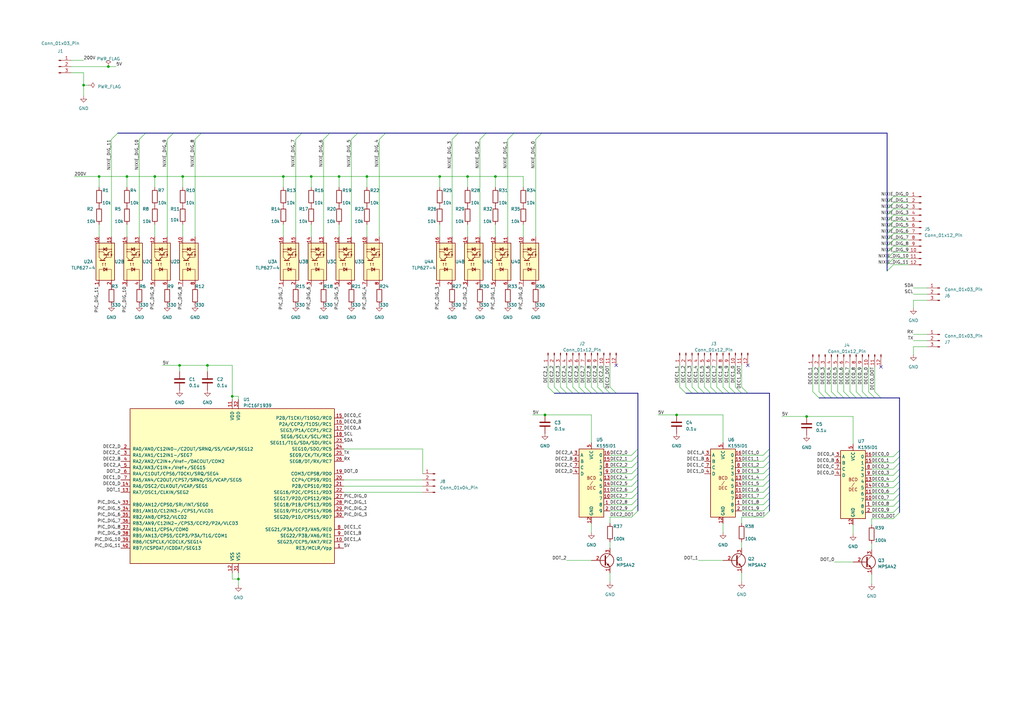
<source format=kicad_sch>
(kicad_sch (version 20230121) (generator eeschema)
  (paper "A3")
  (junction (at 180.34 72.39))
  (junction (at 44.45 27.305))
  (junction (at 74.93 72.39))
  (junction (at 34.29 34.925))
  (junction (at 127.635 72.39))
  (junction (at 95.25 162.56))
  (junction (at 73.66 149.86))
  (junction (at 97.79 237.49))
  (junction (at 223.52 170.18))
  (junction (at 330.835 170.815))
  (junction (at 150.495 72.39))
  (junction (at 116.205 72.39))
  (junction (at 85.09 149.86))
  (junction (at 52.07 72.39))
  (junction (at 40.64 72.39))
  (junction (at 203.2 72.39))
  (junction (at 191.77 72.39))
  (junction (at 139.065 72.39))
  (junction (at 277.495 170.18))
  (junction (at 63.5 72.39))
  (no_connect (at 361.315 150.495))
  (no_connect (at 252.73 149.86))
  (no_connect (at 306.705 149.86))
  (bus_entry (at 366.395 205.105) (size 2.54 -2.54))
  (bus_entry (at 286.385 158.75) (size 2.54 2.54))
  (bus_entry (at 250.19 158.75) (size 2.54 2.54))
  (bus_entry (at 144.145 57.15) (size 2.54 -2.54))
  (bus_entry (at 313.055 212.09) (size 2.54 -2.54))
  (bus_entry (at 351.155 160.655) (size 2.54 2.54))
  (bus_entry (at 363.855 90.805) (size 2.54 -2.54))
  (bus_entry (at 363.855 95.885) (size 2.54 -2.54))
  (bus_entry (at 366.395 194.945) (size 2.54 -2.54))
  (bus_entry (at 240.03 158.75) (size 2.54 2.54))
  (bus_entry (at 363.855 98.425) (size 2.54 -2.54))
  (bus_entry (at 296.545 158.75) (size 2.54 2.54))
  (bus_entry (at 57.15 57.15) (size 2.54 -2.54))
  (bus_entry (at 366.395 212.725) (size 2.54 -2.54))
  (bus_entry (at 281.305 158.75) (size 2.54 2.54))
  (bus_entry (at 348.615 160.655) (size 2.54 2.54))
  (bus_entry (at 219.71 57.15) (size 2.54 -2.54))
  (bus_entry (at 247.65 158.75) (size 2.54 2.54))
  (bus_entry (at 229.87 158.75) (size 2.54 2.54))
  (bus_entry (at 259.08 191.77) (size 2.54 -2.54))
  (bus_entry (at 353.695 160.655) (size 2.54 2.54))
  (bus_entry (at 259.08 201.93) (size 2.54 -2.54))
  (bus_entry (at 208.28 57.15) (size 2.54 -2.54))
  (bus_entry (at 234.95 158.75) (size 2.54 2.54))
  (bus_entry (at 315.595 184.15) (size -2.54 2.54))
  (bus_entry (at 121.285 57.15) (size 2.54 -2.54))
  (bus_entry (at 259.08 209.55) (size 2.54 -2.54))
  (bus_entry (at 299.085 158.75) (size 2.54 2.54))
  (bus_entry (at 313.055 209.55) (size 2.54 -2.54))
  (bus_entry (at 343.535 160.655) (size 2.54 2.54))
  (bus_entry (at 68.58 57.15) (size 2.54 -2.54))
  (bus_entry (at 366.395 187.325) (size 2.54 -2.54))
  (bus_entry (at 283.845 158.75) (size 2.54 2.54))
  (bus_entry (at 259.08 189.23) (size 2.54 -2.54))
  (bus_entry (at 259.08 212.09) (size 2.54 -2.54))
  (bus_entry (at 232.41 158.75) (size 2.54 2.54))
  (bus_entry (at 224.79 158.75) (size 2.54 2.54))
  (bus_entry (at 80.01 57.15) (size 2.54 -2.54))
  (bus_entry (at 301.625 158.75) (size 2.54 2.54))
  (bus_entry (at 366.395 197.485) (size 2.54 -2.54))
  (bus_entry (at 335.915 160.655) (size 2.54 2.54))
  (bus_entry (at 155.575 57.15) (size 2.54 -2.54))
  (bus_entry (at 340.995 160.655) (size 2.54 2.54))
  (bus_entry (at 315.595 201.93) (size -2.54 2.54))
  (bus_entry (at 315.595 196.85) (size -2.54 2.54))
  (bus_entry (at 315.595 194.31) (size -2.54 2.54))
  (bus_entry (at 363.855 85.725) (size 2.54 -2.54))
  (bus_entry (at 45.72 57.15) (size 2.54 -2.54))
  (bus_entry (at 237.49 158.75) (size 2.54 2.54))
  (bus_entry (at 294.005 158.75) (size 2.54 2.54))
  (bus_entry (at 363.855 108.585) (size 2.54 -2.54))
  (bus_entry (at 363.855 88.265) (size 2.54 -2.54))
  (bus_entry (at 363.855 111.125) (size 2.54 -2.54))
  (bus_entry (at 366.395 207.645) (size 2.54 -2.54))
  (bus_entry (at 304.165 158.75) (size 2.54 2.54))
  (bus_entry (at 259.08 196.85) (size 2.54 -2.54))
  (bus_entry (at 366.395 210.185) (size 2.54 -2.54))
  (bus_entry (at 245.11 158.75) (size 2.54 2.54))
  (bus_entry (at 363.855 100.965) (size 2.54 -2.54))
  (bus_entry (at 242.57 158.75) (size 2.54 2.54))
  (bus_entry (at 338.455 160.655) (size 2.54 2.54))
  (bus_entry (at 333.375 160.655) (size 2.54 2.54))
  (bus_entry (at 356.235 160.655) (size 2.54 2.54))
  (bus_entry (at 315.595 186.69) (size -2.54 2.54))
  (bus_entry (at 185.42 57.15) (size 2.54 -2.54))
  (bus_entry (at 366.395 200.025) (size 2.54 -2.54))
  (bus_entry (at 259.08 207.01) (size 2.54 -2.54))
  (bus_entry (at 346.075 160.655) (size 2.54 2.54))
  (bus_entry (at 288.925 158.75) (size 2.54 2.54))
  (bus_entry (at 363.855 106.045) (size 2.54 -2.54))
  (bus_entry (at 363.855 83.185) (size 2.54 -2.54))
  (bus_entry (at 315.595 189.23) (size -2.54 2.54))
  (bus_entry (at 366.395 202.565) (size 2.54 -2.54))
  (bus_entry (at 259.08 204.47) (size 2.54 -2.54))
  (bus_entry (at 366.395 189.865) (size 2.54 -2.54))
  (bus_entry (at 363.855 93.345) (size 2.54 -2.54))
  (bus_entry (at 363.855 103.505) (size 2.54 -2.54))
  (bus_entry (at 291.465 158.75) (size 2.54 2.54))
  (bus_entry (at 358.775 160.655) (size 2.54 2.54))
  (bus_entry (at 227.33 158.75) (size 2.54 2.54))
  (bus_entry (at 366.395 192.405) (size 2.54 -2.54))
  (bus_entry (at 259.08 186.69) (size 2.54 -2.54))
  (bus_entry (at 259.08 199.39) (size 2.54 -2.54))
  (bus_entry (at 315.595 191.77) (size -2.54 2.54))
  (bus_entry (at 196.85 57.15) (size 2.54 -2.54))
  (bus_entry (at 132.715 57.15) (size 2.54 -2.54))
  (bus_entry (at 315.595 204.47) (size -2.54 2.54))
  (bus_entry (at 315.595 199.39) (size -2.54 2.54))
  (bus_entry (at 278.765 158.75) (size 2.54 2.54))
  (bus_entry (at 259.08 194.31) (size 2.54 -2.54))
  (bus (pts (xy 315.595 196.85) (xy 315.595 199.39)))
  (bus (pts (xy 358.775 163.195) (xy 361.315 163.195)))
  (bus (pts (xy 353.695 163.195) (xy 356.235 163.195)))
  (bus (pts (xy 363.855 108.585) (xy 363.855 111.125)))
  (wire (pts (xy 116.205 92.075) (xy 116.205 97.155)))
  (bus (pts (xy 315.595 191.77) (xy 315.595 194.31)))
  (bus (pts (xy 368.935 205.105) (xy 368.935 202.565)))
  (wire (pts (xy 121.285 57.15) (xy 121.285 97.155)))
  (wire (pts (xy 232.41 149.86) (xy 232.41 158.75)))
  (bus (pts (xy 315.595 207.01) (xy 315.595 209.55)))
  (bus (pts (xy 227.33 161.29) (xy 229.87 161.29)))
  (wire (pts (xy 366.395 95.885) (xy 372.745 95.885)))
  (wire (pts (xy 95.25 149.86) (xy 95.25 162.56)))
  (wire (pts (xy 63.5 92.075) (xy 63.5 97.155)))
  (wire (pts (xy 150.495 72.39) (xy 139.065 72.39)))
  (wire (pts (xy 374.65 120.65) (xy 380.365 120.65)))
  (wire (pts (xy 335.915 150.495) (xy 335.915 160.655)))
  (bus (pts (xy 356.235 163.195) (xy 358.775 163.195)))
  (wire (pts (xy 30.48 72.39) (xy 40.64 72.39)))
  (wire (pts (xy 140.97 201.93) (xy 173.355 201.93)))
  (wire (pts (xy 351.155 150.495) (xy 351.155 160.655)))
  (wire (pts (xy 219.71 57.15) (xy 219.71 97.155)))
  (wire (pts (xy 366.395 93.345) (xy 372.745 93.345)))
  (wire (pts (xy 343.535 150.495) (xy 343.535 160.655)))
  (bus (pts (xy 343.535 163.195) (xy 346.075 163.195)))
  (bus (pts (xy 234.95 161.29) (xy 237.49 161.29)))
  (bus (pts (xy 210.82 54.61) (xy 222.25 54.61)))
  (wire (pts (xy 374.65 137.16) (xy 380.365 137.16)))
  (wire (pts (xy 342.265 230.505) (xy 349.885 230.505)))
  (wire (pts (xy 229.87 149.86) (xy 229.87 158.75)))
  (wire (pts (xy 45.72 57.15) (xy 45.72 97.155)))
  (wire (pts (xy 214.63 92.075) (xy 214.63 97.155)))
  (wire (pts (xy 349.885 170.815) (xy 349.885 182.245)))
  (bus (pts (xy 261.62 207.01) (xy 261.62 209.55)))
  (wire (pts (xy 150.495 72.39) (xy 180.34 72.39)))
  (wire (pts (xy 85.09 149.86) (xy 85.09 152.4)))
  (bus (pts (xy 304.165 161.29) (xy 306.705 161.29)))
  (bus (pts (xy 315.595 186.69) (xy 315.595 189.23)))
  (wire (pts (xy 34.29 29.845) (xy 29.21 29.845)))
  (wire (pts (xy 250.19 234.95) (xy 250.19 238.76)))
  (wire (pts (xy 366.395 80.645) (xy 372.745 80.645)))
  (bus (pts (xy 301.625 161.29) (xy 304.165 161.29)))
  (bus (pts (xy 363.855 83.185) (xy 363.855 85.725)))
  (wire (pts (xy 357.505 194.945) (xy 366.395 194.945)))
  (bus (pts (xy 261.62 189.23) (xy 261.62 191.77)))
  (wire (pts (xy 278.765 149.86) (xy 278.765 158.75)))
  (wire (pts (xy 357.505 222.885) (xy 357.505 225.425)))
  (wire (pts (xy 63.5 72.39) (xy 74.93 72.39)))
  (bus (pts (xy 158.115 54.61) (xy 187.96 54.61)))
  (wire (pts (xy 155.575 57.15) (xy 155.575 97.155)))
  (bus (pts (xy 363.855 103.505) (xy 363.855 106.045)))
  (wire (pts (xy 203.2 92.075) (xy 203.2 97.155)))
  (wire (pts (xy 140.97 196.85) (xy 173.355 196.85)))
  (bus (pts (xy 283.845 161.29) (xy 286.385 161.29)))
  (wire (pts (xy 296.545 149.86) (xy 296.545 158.75)))
  (wire (pts (xy 366.395 103.505) (xy 372.745 103.505)))
  (bus (pts (xy 368.935 197.485) (xy 368.935 194.945)))
  (wire (pts (xy 139.065 92.075) (xy 139.065 97.155)))
  (wire (pts (xy 366.395 90.805) (xy 372.745 90.805)))
  (bus (pts (xy 306.705 161.29) (xy 315.595 161.29)))
  (bus (pts (xy 71.12 54.61) (xy 82.55 54.61)))
  (wire (pts (xy 250.19 191.77) (xy 259.08 191.77)))
  (bus (pts (xy 368.935 200.025) (xy 368.935 197.485)))
  (bus (pts (xy 261.62 194.31) (xy 261.62 196.85)))
  (wire (pts (xy 366.395 108.585) (xy 372.745 108.585)))
  (wire (pts (xy 68.58 57.15) (xy 68.58 97.155)))
  (bus (pts (xy 363.855 85.725) (xy 363.855 88.265)))
  (wire (pts (xy 320.675 170.815) (xy 330.835 170.815)))
  (bus (pts (xy 286.385 161.29) (xy 288.925 161.29)))
  (wire (pts (xy 191.77 72.39) (xy 191.77 76.835)))
  (bus (pts (xy 261.62 196.85) (xy 261.62 199.39)))
  (wire (pts (xy 304.165 189.23) (xy 313.055 189.23)))
  (wire (pts (xy 357.505 235.585) (xy 357.505 239.395)))
  (wire (pts (xy 173.355 184.15) (xy 173.355 194.31)))
  (wire (pts (xy 218.44 170.18) (xy 223.52 170.18)))
  (wire (pts (xy 286.385 149.86) (xy 286.385 158.75)))
  (wire (pts (xy 296.545 214.63) (xy 296.545 218.44)))
  (bus (pts (xy 294.005 161.29) (xy 296.545 161.29)))
  (wire (pts (xy 269.875 170.18) (xy 277.495 170.18)))
  (wire (pts (xy 234.95 149.86) (xy 234.95 158.75)))
  (wire (pts (xy 203.2 72.39) (xy 203.2 76.835)))
  (wire (pts (xy 127.635 72.39) (xy 139.065 72.39)))
  (wire (pts (xy 144.145 57.15) (xy 144.145 97.155)))
  (wire (pts (xy 281.305 149.86) (xy 281.305 158.75)))
  (bus (pts (xy 291.465 161.29) (xy 294.005 161.29)))
  (bus (pts (xy 123.825 54.61) (xy 135.255 54.61)))
  (bus (pts (xy 351.155 163.195) (xy 353.695 163.195)))
  (wire (pts (xy 301.625 149.86) (xy 301.625 158.75)))
  (wire (pts (xy 304.165 186.69) (xy 313.055 186.69)))
  (wire (pts (xy 139.065 72.39) (xy 139.065 76.835)))
  (bus (pts (xy 242.57 161.29) (xy 245.11 161.29)))
  (bus (pts (xy 135.255 54.61) (xy 146.685 54.61)))
  (bus (pts (xy 261.62 184.15) (xy 261.62 186.69)))
  (wire (pts (xy 304.165 194.31) (xy 313.055 194.31)))
  (bus (pts (xy 315.595 184.15) (xy 315.595 186.69)))
  (bus (pts (xy 296.545 161.29) (xy 299.085 161.29)))
  (wire (pts (xy 304.165 222.25) (xy 304.165 224.79)))
  (bus (pts (xy 315.595 194.31) (xy 315.595 196.85)))
  (wire (pts (xy 34.29 24.765) (xy 29.21 24.765)))
  (wire (pts (xy 242.57 170.18) (xy 242.57 181.61)))
  (wire (pts (xy 40.64 72.39) (xy 52.07 72.39)))
  (wire (pts (xy 73.66 149.86) (xy 73.66 152.4)))
  (wire (pts (xy 250.19 207.01) (xy 259.08 207.01)))
  (wire (pts (xy 250.19 209.55) (xy 259.08 209.55)))
  (wire (pts (xy 304.165 191.77) (xy 313.055 191.77)))
  (wire (pts (xy 357.505 189.865) (xy 366.395 189.865)))
  (wire (pts (xy 74.93 72.39) (xy 74.93 76.835)))
  (wire (pts (xy 304.165 209.55) (xy 313.055 209.55)))
  (bus (pts (xy 315.595 161.29) (xy 315.595 184.15)))
  (wire (pts (xy 374.65 139.7) (xy 380.365 139.7)))
  (wire (pts (xy 116.205 72.39) (xy 116.205 76.835)))
  (wire (pts (xy 29.21 27.305) (xy 44.45 27.305)))
  (wire (pts (xy 366.395 100.965) (xy 372.745 100.965)))
  (wire (pts (xy 250.19 186.69) (xy 259.08 186.69)))
  (wire (pts (xy 357.505 212.725) (xy 366.395 212.725)))
  (bus (pts (xy 363.855 100.965) (xy 363.855 103.505)))
  (bus (pts (xy 146.685 54.61) (xy 158.115 54.61)))
  (wire (pts (xy 349.885 215.265) (xy 349.885 219.075)))
  (wire (pts (xy 132.715 57.15) (xy 132.715 97.155)))
  (bus (pts (xy 363.855 93.345) (xy 363.855 95.885)))
  (bus (pts (xy 368.935 163.195) (xy 368.935 184.785)))
  (bus (pts (xy 363.855 90.805) (xy 363.855 93.345)))
  (wire (pts (xy 47.625 27.305) (xy 44.45 27.305)))
  (wire (pts (xy 277.495 170.18) (xy 296.545 170.18)))
  (wire (pts (xy 116.205 72.39) (xy 74.93 72.39)))
  (bus (pts (xy 229.87 161.29) (xy 232.41 161.29)))
  (wire (pts (xy 247.65 149.86) (xy 247.65 158.75)))
  (wire (pts (xy 358.775 150.495) (xy 358.775 160.655)))
  (wire (pts (xy 366.395 106.045) (xy 372.745 106.045)))
  (bus (pts (xy 48.26 54.61) (xy 59.69 54.61)))
  (wire (pts (xy 191.77 72.39) (xy 203.2 72.39)))
  (wire (pts (xy 304.165 212.09) (xy 313.055 212.09)))
  (bus (pts (xy 368.935 207.645) (xy 368.935 205.105)))
  (wire (pts (xy 374.65 142.24) (xy 374.65 145.415)))
  (wire (pts (xy 140.97 184.15) (xy 173.355 184.15)))
  (wire (pts (xy 80.01 57.15) (xy 80.01 97.155)))
  (wire (pts (xy 52.07 72.39) (xy 63.5 72.39)))
  (wire (pts (xy 250.19 149.86) (xy 250.19 158.75)))
  (wire (pts (xy 250.19 199.39) (xy 259.08 199.39)))
  (wire (pts (xy 250.19 201.93) (xy 259.08 201.93)))
  (bus (pts (xy 368.935 210.185) (xy 368.935 207.645)))
  (wire (pts (xy 223.52 170.18) (xy 242.57 170.18)))
  (bus (pts (xy 240.03 161.29) (xy 242.57 161.29)))
  (wire (pts (xy 180.34 92.075) (xy 180.34 97.155)))
  (wire (pts (xy 63.5 72.39) (xy 63.5 76.835)))
  (wire (pts (xy 85.09 149.86) (xy 95.25 149.86)))
  (bus (pts (xy 315.595 201.93) (xy 315.595 204.47)))
  (wire (pts (xy 338.455 150.495) (xy 338.455 160.655)))
  (wire (pts (xy 333.375 150.495) (xy 333.375 160.655)))
  (wire (pts (xy 95.25 234.95) (xy 95.25 237.49)))
  (wire (pts (xy 250.19 204.47) (xy 259.08 204.47)))
  (bus (pts (xy 368.935 187.325) (xy 368.935 184.785)))
  (bus (pts (xy 315.595 204.47) (xy 315.595 207.01)))
  (wire (pts (xy 185.42 57.15) (xy 185.42 97.155)))
  (wire (pts (xy 57.15 57.15) (xy 57.15 97.155)))
  (wire (pts (xy 357.505 202.565) (xy 366.395 202.565)))
  (wire (pts (xy 357.505 187.325) (xy 366.395 187.325)))
  (wire (pts (xy 250.19 212.09) (xy 259.08 212.09)))
  (wire (pts (xy 366.395 83.185) (xy 372.745 83.185)))
  (bus (pts (xy 335.915 163.195) (xy 338.455 163.195)))
  (wire (pts (xy 304.165 196.85) (xy 313.055 196.85)))
  (wire (pts (xy 97.79 240.03) (xy 97.79 237.49)))
  (wire (pts (xy 366.395 88.265) (xy 372.745 88.265)))
  (wire (pts (xy 291.465 149.86) (xy 291.465 158.75)))
  (wire (pts (xy 40.64 72.39) (xy 40.64 76.835)))
  (wire (pts (xy 357.505 215.265) (xy 357.505 212.725)))
  (wire (pts (xy 357.505 205.105) (xy 366.395 205.105)))
  (wire (pts (xy 357.505 192.405) (xy 366.395 192.405)))
  (wire (pts (xy 52.07 92.075) (xy 52.07 97.155)))
  (wire (pts (xy 52.07 72.39) (xy 52.07 76.835)))
  (wire (pts (xy 357.505 197.485) (xy 366.395 197.485)))
  (wire (pts (xy 97.79 162.56) (xy 95.25 162.56)))
  (wire (pts (xy 250.19 212.09) (xy 250.19 214.63)))
  (wire (pts (xy 374.65 118.11) (xy 380.365 118.11)))
  (bus (pts (xy 59.69 54.61) (xy 71.12 54.61)))
  (wire (pts (xy 36.195 34.925) (xy 34.29 34.925)))
  (wire (pts (xy 304.165 199.39) (xy 313.055 199.39)))
  (wire (pts (xy 150.495 92.075) (xy 150.495 97.155)))
  (wire (pts (xy 203.2 72.39) (xy 214.63 72.39)))
  (wire (pts (xy 353.695 150.495) (xy 353.695 160.655)))
  (bus (pts (xy 261.62 186.69) (xy 261.62 189.23)))
  (wire (pts (xy 288.925 149.86) (xy 288.925 158.75)))
  (wire (pts (xy 208.28 57.15) (xy 208.28 97.155)))
  (bus (pts (xy 199.39 54.61) (xy 210.82 54.61)))
  (wire (pts (xy 283.845 149.86) (xy 283.845 158.75)))
  (bus (pts (xy 299.085 161.29) (xy 301.625 161.29)))
  (wire (pts (xy 286.385 229.87) (xy 296.545 229.87)))
  (wire (pts (xy 250.19 196.85) (xy 259.08 196.85)))
  (wire (pts (xy 40.64 92.075) (xy 40.64 97.155)))
  (bus (pts (xy 232.41 161.29) (xy 234.95 161.29)))
  (bus (pts (xy 261.62 201.93) (xy 261.62 204.47)))
  (wire (pts (xy 250.19 189.23) (xy 259.08 189.23)))
  (bus (pts (xy 361.315 163.195) (xy 368.935 163.195)))
  (bus (pts (xy 288.925 161.29) (xy 291.465 161.29)))
  (wire (pts (xy 299.085 149.86) (xy 299.085 158.75)))
  (bus (pts (xy 315.595 199.39) (xy 315.595 201.93)))
  (bus (pts (xy 368.935 202.565) (xy 368.935 200.025)))
  (bus (pts (xy 187.96 54.61) (xy 199.39 54.61)))
  (wire (pts (xy 127.635 72.39) (xy 116.205 72.39)))
  (wire (pts (xy 66.675 149.86) (xy 73.66 149.86)))
  (wire (pts (xy 304.165 149.86) (xy 304.165 158.75)))
  (wire (pts (xy 150.495 76.835) (xy 150.495 72.39)))
  (wire (pts (xy 357.505 207.645) (xy 366.395 207.645)))
  (wire (pts (xy 366.395 85.725) (xy 372.745 85.725)))
  (wire (pts (xy 330.835 170.815) (xy 349.885 170.815)))
  (bus (pts (xy 237.49 161.29) (xy 240.03 161.29)))
  (bus (pts (xy 363.855 98.425) (xy 363.855 100.965)))
  (wire (pts (xy 304.165 212.09) (xy 304.165 214.63)))
  (wire (pts (xy 127.635 92.075) (xy 127.635 97.155)))
  (wire (pts (xy 357.505 210.185) (xy 366.395 210.185)))
  (wire (pts (xy 250.19 222.25) (xy 250.19 224.79)))
  (wire (pts (xy 97.79 163.83) (xy 97.79 162.56)))
  (wire (pts (xy 340.995 150.495) (xy 340.995 160.655)))
  (wire (pts (xy 304.165 204.47) (xy 313.055 204.47)))
  (wire (pts (xy 95.25 163.83) (xy 95.25 162.56)))
  (wire (pts (xy 227.33 149.86) (xy 227.33 158.75)))
  (bus (pts (xy 368.935 194.945) (xy 368.935 192.405)))
  (wire (pts (xy 380.365 142.24) (xy 374.65 142.24)))
  (wire (pts (xy 294.005 149.86) (xy 294.005 158.75)))
  (bus (pts (xy 261.62 191.77) (xy 261.62 194.31)))
  (wire (pts (xy 348.615 150.495) (xy 348.615 160.655)))
  (wire (pts (xy 380.365 123.19) (xy 374.65 123.19)))
  (wire (pts (xy 366.395 98.425) (xy 372.745 98.425)))
  (wire (pts (xy 73.66 149.86) (xy 85.09 149.86)))
  (wire (pts (xy 232.41 229.87) (xy 242.57 229.87)))
  (wire (pts (xy 191.77 92.075) (xy 191.77 97.155)))
  (bus (pts (xy 281.305 161.29) (xy 283.845 161.29)))
  (bus (pts (xy 348.615 163.195) (xy 351.155 163.195)))
  (wire (pts (xy 304.165 207.01) (xy 313.055 207.01)))
  (wire (pts (xy 250.19 194.31) (xy 259.08 194.31)))
  (wire (pts (xy 304.165 201.93) (xy 313.055 201.93)))
  (bus (pts (xy 261.62 199.39) (xy 261.62 201.93)))
  (wire (pts (xy 214.63 72.39) (xy 214.63 76.835)))
  (wire (pts (xy 97.79 237.49) (xy 97.79 234.95)))
  (bus (pts (xy 340.995 163.195) (xy 343.535 163.195)))
  (bus (pts (xy 363.855 54.61) (xy 222.25 54.61)))
  (bus (pts (xy 315.595 189.23) (xy 315.595 191.77)))
  (bus (pts (xy 261.62 204.47) (xy 261.62 207.01)))
  (bus (pts (xy 368.935 192.405) (xy 368.935 189.865)))
  (wire (pts (xy 346.075 150.495) (xy 346.075 160.655)))
  (wire (pts (xy 196.85 57.15) (xy 196.85 97.155)))
  (wire (pts (xy 180.34 72.39) (xy 180.34 76.835)))
  (wire (pts (xy 356.235 150.495) (xy 356.235 160.655)))
  (bus (pts (xy 82.55 54.61) (xy 123.825 54.61)))
  (bus (pts (xy 363.855 95.885) (xy 363.855 98.425)))
  (wire (pts (xy 180.34 72.39) (xy 191.77 72.39)))
  (wire (pts (xy 240.03 149.86) (xy 240.03 158.75)))
  (wire (pts (xy 245.11 149.86) (xy 245.11 158.75)))
  (bus (pts (xy 346.075 163.195) (xy 348.615 163.195)))
  (bus (pts (xy 261.62 161.29) (xy 261.62 184.15)))
  (bus (pts (xy 368.935 189.865) (xy 368.935 187.325)))
  (wire (pts (xy 140.97 199.39) (xy 173.355 199.39)))
  (bus (pts (xy 250.19 161.29) (xy 252.73 161.29)))
  (wire (pts (xy 242.57 149.86) (xy 242.57 158.75)))
  (bus (pts (xy 252.73 161.29) (xy 261.62 161.29)))
  (wire (pts (xy 95.25 237.49) (xy 97.79 237.49)))
  (wire (pts (xy 357.505 200.025) (xy 366.395 200.025)))
  (bus (pts (xy 245.11 161.29) (xy 247.65 161.29)))
  (wire (pts (xy 304.165 234.95) (xy 304.165 238.76)))
  (wire (pts (xy 237.49 149.86) (xy 237.49 158.75)))
  (bus (pts (xy 247.65 161.29) (xy 250.19 161.29)))
  (wire (pts (xy 127.635 72.39) (xy 127.635 76.835)))
  (wire (pts (xy 374.65 123.19) (xy 374.65 126.365)))
  (wire (pts (xy 34.29 39.37) (xy 34.29 34.925)))
  (bus (pts (xy 363.855 106.045) (xy 363.855 108.585)))
  (wire (pts (xy 224.79 149.86) (xy 224.79 158.75)))
  (bus (pts (xy 363.855 83.185) (xy 363.855 54.61)))
  (wire (pts (xy 296.545 170.18) (xy 296.545 181.61)))
  (bus (pts (xy 363.855 88.265) (xy 363.855 90.805)))
  (bus (pts (xy 338.455 163.195) (xy 340.995 163.195)))
  (wire (pts (xy 74.93 92.075) (xy 74.93 97.155)))
  (wire (pts (xy 34.29 34.925) (xy 34.29 29.845)))
  (wire (pts (xy 242.57 214.63) (xy 242.57 218.44)))
  (label "DOT_0" (at 140.97 194.31 0))
  (label "DEC0_3" (at 357.505 194.945 0))
  (label "5V" (at 140.97 224.79 0))
  (label "DEC1_1" (at 278.765 149.86 270))
  (label "5V" (at 320.675 170.815 0))
  (label "DEC0_4" (at 357.505 197.485 0))
  (label "DEC0_9" (at 357.505 210.185 0))
  (label "NIXIE_DIG_5" (at 144.145 57.15 270))
  (label "DEC2_8" (at 242.57 149.86 270))
  (label "5V" (at 218.44 170.18 0))
  (label "DEC2_3" (at 229.87 149.86 270))
  (label "PIC_DIG_3" (at 180.34 117.475 270))
  (label "PIC_DIG_1" (at 140.97 207.01 0))
  (label "DEC1_D" (at 49.53 196.85 180))
  (label "PIC_DIG_6" (at 127.635 117.475 270))
  (label "RX" (at 140.97 189.23 0))
  (label "DEC2_1" (at 224.79 149.86 270))
  (label "NIXIE_DIG_1" (at 208.28 57.785 270))
  (label "DEC0_6" (at 357.505 202.565 0))
  (label "NIXIE_DIG_3" (at 185.42 57.785 270))
  (label "DOT_2" (at 232.41 229.87 180))
  (label "PIC_DIG_8" (at 49.53 217.17 180))
  (label "PIC_DIG_5" (at 139.065 117.475 270))
  (label "DEC0_A" (at 140.97 176.53 0))
  (label "DEC2_0" (at 247.65 149.86 270))
  (label "DEC1_5" (at 288.925 149.86 270))
  (label "DEC0_0" (at 356.235 150.495 270))
  (label "DEC2_7" (at 250.19 204.47 0))
  (label "DEC1_3" (at 283.845 149.86 270))
  (label "PIC_DIG_7" (at 49.53 214.63 180))
  (label "DEC2_6" (at 250.19 201.93 0))
  (label "DEC0_7" (at 348.615 150.495 270))
  (label "PIC_DIG_0" (at 140.97 204.47 0))
  (label "DEC1_C" (at 288.925 191.77 180))
  (label "PIC_DIG_3" (at 140.97 212.09 0))
  (label "DEC1_7" (at 294.005 149.86 270))
  (label "DEC1_DOT" (at 304.165 149.86 270))
  (label "DEC1_6" (at 291.465 149.86 270))
  (label "TX" (at 140.97 186.69 0))
  (label "DEC1_6" (at 304.165 201.93 0))
  (label "NIXIE_DIG_10" (at 57.15 57.15 270))
  (label "DOT_1" (at 49.53 201.93 180))
  (label "DEC1_B" (at 140.97 219.71 0))
  (label "DEC0_A" (at 342.265 187.325 180))
  (label "PIC_DIG_4" (at 150.495 117.475 270))
  (label "DEC0_0" (at 357.505 187.325 0))
  (label "DEC2_D" (at 49.53 184.15 180))
  (label "NIXIE_DIG_5" (at 372.745 93.345 180))
  (label "200V" (at 30.48 72.39 0))
  (label "DEC1_B" (at 288.925 189.23 180))
  (label "DEC2_D" (at 234.95 194.31 180))
  (label "DEC0_9" (at 353.695 150.495 270))
  (label "DEC2_DOT" (at 250.19 212.09 0))
  (label "DEC0_8" (at 351.155 150.495 270))
  (label "DEC2_2" (at 227.33 149.86 270))
  (label "200V" (at 34.29 24.765 0))
  (label "DEC1_A" (at 140.97 222.25 0))
  (label "PIC_DIG_8" (at 74.93 117.475 270))
  (label "NIXIE_DIG_6" (at 372.745 95.885 180))
  (label "5V" (at 269.875 170.18 0))
  (label "DEC0_D" (at 342.265 194.945 180))
  (label "SCL" (at 374.65 120.65 180))
  (label "DEC0_8" (at 357.505 207.645 0))
  (label "NIXIE_DIG_2" (at 196.85 57.785 270))
  (label "DEC1_DOT" (at 304.165 212.09 0))
  (label "NIXIE_DIG_0" (at 219.71 57.785 270))
  (label "SDA" (at 374.65 118.11 180))
  (label "DEC2_DOT" (at 250.19 149.86 270))
  (label "DEC2_3" (at 250.19 194.31 0))
  (label "DEC1_2" (at 304.165 191.77 0))
  (label "NIXIE_DIG_9" (at 372.745 103.505 180))
  (label "NIXIE_DIG_4" (at 155.575 57.15 270))
  (label "PIC_DIG_6" (at 49.53 212.09 180))
  (label "DEC1_4" (at 286.385 149.86 270))
  (label "NIXIE_DIG_11" (at 45.72 57.15 270))
  (label "DEC2_5" (at 234.95 149.86 270))
  (label "DEC2_A" (at 234.95 186.69 180))
  (label "DOT_1" (at 286.385 229.87 180))
  (label "PIC_DIG_1" (at 203.2 117.475 270))
  (label "DEC2_7" (at 240.03 149.86 270))
  (label "PIC_DIG_10" (at 49.53 222.25 180))
  (label "DEC2_2" (at 250.19 191.77 0))
  (label "SDA" (at 140.97 181.61 0))
  (label "DEC0_2" (at 335.915 150.495 270))
  (label "DEC1_8" (at 304.165 207.01 0))
  (label "SCL" (at 140.97 179.07 0))
  (label "DEC2_6" (at 237.49 149.86 270))
  (label "PIC_DIG_0" (at 214.63 117.475 270))
  (label "DEC1_3" (at 304.165 194.31 0))
  (label "PIC_DIG_5" (at 49.53 209.55 180))
  (label "NIXIE_DIG_7" (at 372.745 98.425 180))
  (label "PIC_DIG_9" (at 63.5 117.475 270))
  (label "DEC2_5" (at 250.19 199.39 0))
  (label "PIC_DIG_2" (at 140.97 209.55 0))
  (label "DEC2_C" (at 49.53 186.69 180))
  (label "NIXIE_DIG_11" (at 372.745 108.585 180))
  (label "DEC1_A" (at 288.925 186.69 180))
  (label "DEC0_1" (at 333.375 150.495 270))
  (label "PIC_DIG_7" (at 116.205 117.475 270))
  (label "5V" (at 47.625 27.305 0))
  (label "DEC2_A" (at 49.53 191.77 180))
  (label "DEC0_D" (at 49.53 199.39 180))
  (label "NIXIE_DIG_7" (at 121.285 57.15 270))
  (label "DEC2_B" (at 49.53 189.23 180))
  (label "DEC0_B" (at 342.265 189.865 180))
  (label "DEC0_3" (at 338.455 150.495 270))
  (label "DEC1_9" (at 304.165 209.55 0))
  (label "DEC1_5" (at 304.165 199.39 0))
  (label "DEC2_4" (at 250.19 196.85 0))
  (label "DEC0_C" (at 342.265 192.405 180))
  (label "NIXIE_DIG_4" (at 372.745 90.805 180))
  (label "NIXIE_DIG_0" (at 372.745 80.645 180))
  (label "DEC2_8" (at 250.19 207.01 0))
  (label "PIC_DIG_9" (at 49.53 219.71 180))
  (label "DEC1_8" (at 296.545 149.86 270))
  (label "NIXIE_DIG_1" (at 372.745 83.185 180))
  (label "PIC_DIG_10" (at 52.07 117.475 270))
  (label "DEC1_9" (at 299.085 149.86 270))
  (label "DEC0_5" (at 343.535 150.495 270))
  (label "NIXIE_DIG_8" (at 80.01 57.15 270))
  (label "DEC1_2" (at 281.305 149.86 270))
  (label "DEC2_4" (at 232.41 149.86 270))
  (label "DEC2_C" (at 234.95 191.77 180))
  (label "DEC0_C" (at 140.97 171.45 0))
  (label "RX" (at 374.65 137.16 180))
  (label "DEC0_1" (at 357.505 189.865 0))
  (label "DEC0_6" (at 346.075 150.495 270))
  (label "NIXIE_DIG_2" (at 372.745 85.725 180))
  (label "DEC0_DOT" (at 358.775 150.495 270))
  (label "TX" (at 374.65 139.7 180))
  (label "DEC0_B" (at 140.97 173.99 0))
  (label "5V" (at 66.675 149.86 0))
  (label "DEC1_1" (at 304.165 189.23 0))
  (label "NIXIE_DIG_10" (at 372.745 106.045 180))
  (label "DOT_2" (at 49.53 194.31 180))
  (label "DEC1_C" (at 140.97 217.17 0))
  (label "DEC1_0" (at 304.165 186.69 0))
  (label "DEC1_7" (at 304.165 204.47 0))
  (label "NIXIE_DIG_6" (at 132.715 57.15 270))
  (label "DEC2_0" (at 250.19 186.69 0))
  (label "NIXIE_DIG_3" (at 372.745 88.265 180))
  (label "DEC0_7" (at 357.505 205.105 0))
  (label "PIC_DIG_2" (at 191.77 117.475 270))
  (label "DEC2_1" (at 250.19 189.23 0))
  (label "PIC_DIG_11" (at 49.53 224.79 180))
  (label "DEC1_0" (at 301.625 149.86 270))
  (label "DEC1_4" (at 304.165 196.85 0))
  (label "DOT_0" (at 342.265 230.505 180))
  (label "DEC2_9" (at 245.11 149.86 270))
  (label "DEC2_B" (at 234.95 189.23 180))
  (label "DEC0_DOT" (at 357.505 212.725 0))
  (label "DEC0_5" (at 357.505 200.025 0))
  (label "DEC0_4" (at 340.995 150.495 270))
  (label "PIC_DIG_11" (at 40.64 117.475 270))
  (label "DEC2_9" (at 250.19 209.55 0))
  (label "NIXIE_DIG_8" (at 372.745 100.965 180))
  (label "DEC1_D" (at 288.925 194.31 180))
  (label "DEC0_2" (at 357.505 192.405 0))
  (label "PIC_DIG_4" (at 49.53 207.01 180))
  (label "NIXIE_DIG_9" (at 68.58 57.15 270))
  (symbol (lib_id "Connector:Conn_01x03_Pin") (at 24.13 27.305 0) (unit 1)
    (property "Reference" "J1" (at 24.765 20.955 0))
    (property "Value" "Conn_01x03_Pin" (at 24.765 17.78 0))
    (property "Footprint" "Connector_JST:JST_XH_B3B-XH-A_1x03_P2.50mm_Vertical" (effects hide))
  )
  (symbol (lib_id "Device:R") (at 219.71 121.285 0) (unit 1)
    (property "Reference" "R36" (at 219.71 117.475 0) (effects (justify left)))
    (property "Value" "330" (at 219.71 125.095 0) (effects (justify left)))
    (property "Footprint" "Resistor_THT:R_Axial_DIN0207_L6.3mm_D2.5mm_P10.16mm_Horizontal" (effects hide))
  )
  (symbol (lib_id "power:GND") (at 296.545 218.44 0) (unit 1)
    (property "Reference" "#PWR021" (effects hide))
    (property "Value" "GND" (at 296.545 223.52 0))
  )
  (symbol (lib_id "Isolator:TLP627-4") (at 182.88 107.315 90) (unit 1)
    (property "Reference" "U4" (at 173.99 107.315 90) (effects (justify right)))
    (property "Value" "TLP627-4" (at 168.91 109.855 90) (effects (justify right)))
    (property "Footprint" "Package_DIP:DIP-16_W7.62mm_Socket" (effects hide))
    (property "Datasheet" "https://toshiba.semicon-storage.com/info/docget.jsp?did=16914&prodName=TLP627" (effects hide))
  )
  (symbol (lib_id "Device:R") (at 52.07 88.265 0) (unit 1)
    (property "Reference" "R5" (at 46.99 85.725 0) (effects (justify left)))
    (property "Value" "10k" (at 46.99 90.805 0) (effects (justify left)))
    (property "Footprint" "Resistor_THT:R_Axial_DIN0207_L6.3mm_D2.5mm_P10.16mm_Horizontal" (effects hide))
  )
  (symbol (lib_id "Connector:Conn_01x12_Pin") (at 346.075 145.415 90) (mirror x) (unit 1)
    (property "Reference" "J4" (at 347.345 141.605 90))
    (property "Value" "Conn_01x12_Pin" (at 347.345 144.145 90))
    (property "Footprint" "Connector_JST:JST_XH_S12B-XH-A_1x12_P2.50mm_Horizontal" (effects hide))
  )
  (symbol (lib_id "Device:R") (at 214.63 88.265 0) (unit 1)
    (property "Reference" "R35" (at 209.55 85.725 0) (effects (justify left)))
    (property "Value" "10k" (at 209.55 90.805 0) (effects (justify left)))
    (property "Footprint" "Resistor_THT:R_Axial_DIN0207_L6.3mm_D2.5mm_P10.16mm_Horizontal" (effects hide))
  )
  (symbol (lib_id "Device:R") (at 74.93 88.265 0) (unit 1)
    (property "Reference" "R11" (at 69.85 85.725 0) (effects (justify left)))
    (property "Value" "10k" (at 69.85 90.17 0) (effects (justify left)))
    (property "Footprint" "Resistor_THT:R_Axial_DIN0207_L6.3mm_D2.5mm_P10.16mm_Horizontal" (effects hide))
  )
  (symbol (lib_id "Isolator:TLP627-4") (at 118.745 107.315 90) (unit 1)
    (property "Reference" "U3" (at 109.855 107.315 90) (effects (justify right)))
    (property "Value" "TLP627-4" (at 104.775 109.855 90) (effects (justify right)))
    (property "Footprint" "Package_DIP:DIP-16_W7.62mm_Socket" (effects hide))
    (property "Datasheet" "https://toshiba.semicon-storage.com/info/docget.jsp?did=16914&prodName=TLP627" (effects hide))
  )
  (symbol (lib_id "power:GND") (at 374.65 126.365 0) (unit 1)
    (property "Reference" "#PWR026" (effects hide))
    (property "Value" "GND" (at 374.65 131.445 0))
  )
  (symbol (lib_id "Transistor_BJT:MPSA42") (at 354.965 230.505 0) (unit 1)
    (property "Reference" "Q3" (at 360.045 229.87 0) (effects (justify left)))
    (property "Value" "MPSA42" (at 360.045 232.41 0) (effects (justify left)))
    (property "Footprint" "Package_TO_SOT_THT:TO-92_Inline" (effects hide))
    (property "Datasheet" "http://www.onsemi.com/pub_link/Collateral/MPSA42-D.PDF" (effects hide))
  )
  (symbol (lib_id "mylib:PIC16F1939") (at 95.25 199.39 0) (unit 1)
    (property "Reference" "U1" (at 99.7459 163.83 0) (effects (justify left)))
    (property "Value" "PIC16F1939" (at 99.7459 166.37 0) (effects (justify left)))
    (property "Footprint" "Package_DIP:DIP-40_W15.24mm_Socket" (effects hide))
    (property "Datasheet" "http://ww1.microchip.com/downloads/jp/DeviceDoc/41574A_JP.pdf" (effects hide))
  )
  (symbol (lib_id "Device:R") (at 139.065 80.645 0) (unit 1)
    (property "Reference" "R19" (at 140.335 78.105 0) (effects (justify left)))
    (property "Value" "10k" (at 140.335 83.185 0) (effects (justify left)))
    (property "Footprint" "Resistor_THT:R_Axial_DIN0207_L6.3mm_D2.5mm_P10.16mm_Horizontal" (effects hide))
  )
  (symbol (lib_id "Device:R") (at 63.5 80.645 0) (unit 1)
    (property "Reference" "R7" (at 64.77 78.105 0) (effects (justify left)))
    (property "Value" "10k" (at 64.77 83.185 0) (effects (justify left)))
    (property "Footprint" "Resistor_THT:R_Axial_DIN0207_L6.3mm_D2.5mm_P10.16mm_Horizontal" (effects hide))
  )
  (symbol (lib_id "Connector:Conn_01x12_Pin") (at 377.825 93.345 0) (mirror y) (unit 1)
    (property "Reference" "J5" (at 379.095 93.98 0) (effects (justify right)))
    (property "Value" "Conn_01x12_Pin" (at 379.095 96.52 0) (effects (justify right)))
    (property "Footprint" "Connector_JST:JST_XH_S12B-XH-A_1x12_P2.50mm_Horizontal" (effects hide))
  )
  (symbol (lib_id "mylib:K155ID1") (at 296.545 198.12 0) (unit 1)
    (property "Reference" "U6" (at 298.5009 180.34 0) (effects (justify left)))
    (property "Value" "K155ID1" (at 298.5009 182.88 0) (effects (justify left)))
    (property "Footprint" "Package_DIP:DIP-16_W7.62mm_Socket" (effects hide))
    (property "Datasheet" "http://nixie-tube.com/nixie/data/74141/74141.pdf" (effects hide))
  )
  (symbol (lib_id "Device:R") (at 196.85 121.285 0) (unit 1)
    (property "Reference" "R30" (at 196.85 117.475 0) (effects (justify left)))
    (property "Value" "330" (at 196.85 125.095 0) (effects (justify left)))
    (property "Footprint" "Resistor_THT:R_Axial_DIN0207_L6.3mm_D2.5mm_P10.16mm_Horizontal" (effects hide))
  )
  (symbol (lib_id "Device:R") (at 155.575 121.285 0) (unit 1)
    (property "Reference" "R24" (at 155.575 117.475 0) (effects (justify left)))
    (property "Value" "330" (at 155.575 125.095 0) (effects (justify left)))
    (property "Footprint" "Resistor_THT:R_Axial_DIN0207_L6.3mm_D2.5mm_P10.16mm_Horizontal" (effects hide))
  )
  (symbol (lib_id "Isolator:TLP627-4") (at 54.61 107.315 90) (unit 2)
    (property "Reference" "U2" (at 46.99 107.315 90) (effects (justify right)))
    (property "Value" "TLP627-4" (effects hide))
    (property "Footprint" "Package_DIP:DIP-16_W7.62mm_Socket" (effects hide))
    (property "Datasheet" "https://toshiba.semicon-storage.com/info/docget.jsp?did=16914&prodName=TLP627" (effects hide))
  )
  (symbol (lib_id "Isolator:TLP627-4") (at 43.18 107.315 90) (unit 1)
    (property "Reference" "U2" (at 34.29 107.315 90) (effects (justify right)))
    (property "Value" "TLP627-4" (at 29.21 109.855 90) (effects (justify right)))
    (property "Footprint" "Package_DIP:DIP-16_W7.62mm_Socket" (effects hide))
    (property "Datasheet" "https://toshiba.semicon-storage.com/info/docget.jsp?did=16914&prodName=TLP627" (effects hide))
  )
  (symbol (lib_id "power:GND") (at 304.165 238.76 0) (unit 1)
    (property "Reference" "#PWR022" (effects hide))
    (property "Value" "GND" (at 304.165 243.84 0))
  )
  (symbol (lib_id "power:GND") (at 250.19 238.76 0) (unit 1)
    (property "Reference" "#PWR025" (effects hide))
    (property "Value" "GND" (at 250.19 243.84 0))
  )
  (symbol (lib_id "Device:R") (at 40.64 88.265 0) (unit 1)
    (property "Reference" "R2" (at 35.56 85.725 0) (effects (justify left)))
    (property "Value" "10k" (at 35.56 90.805 0) (effects (justify left)))
    (property "Footprint" "Resistor_THT:R_Axial_DIN0207_L6.3mm_D2.5mm_P10.16mm_Horizontal" (effects hide))
  )
  (symbol (lib_id "Connector:Conn_01x03_Pin") (at 385.445 120.65 0) (mirror y) (unit 1)
    (property "Reference" "J6" (at 387.35 121.285 0) (effects (justify right)))
    (property "Value" "Conn_01x03_Pin" (at 387.35 118.745 0) (effects (justify right)))
    (property "Footprint" "Connector_JST:JST_XH_B3B-XH-A_1x03_P2.50mm_Vertical" (effects hide))
  )
  (symbol (lib_id "Device:R") (at 132.715 121.285 0) (unit 1)
    (property "Reference" "R18" (at 132.715 117.475 0) (effects (justify left)))
    (property "Value" "330" (at 132.715 125.095 0) (effects (justify left)))
    (property "Footprint" "Resistor_THT:R_Axial_DIN0207_L6.3mm_D2.5mm_P10.16mm_Horizontal" (effects hide))
  )
  (symbol (lib_id "Device:R") (at 40.64 80.645 0) (unit 1)
    (property "Reference" "R1" (at 41.91 78.105 0) (effects (justify left)))
    (property "Value" "10k" (at 41.91 83.185 0) (effects (justify left)))
    (property "Footprint" "Resistor_THT:R_Axial_DIN0207_L6.3mm_D2.5mm_P10.16mm_Horizontal" (effects hide))
  )
  (symbol (lib_id "Device:R") (at 150.495 80.645 0) (unit 1)
    (property "Reference" "R22" (at 151.765 78.105 0) (effects (justify left)))
    (property "Value" "10k" (at 151.765 83.185 0) (effects (justify left)))
    (property "Footprint" "Resistor_THT:R_Axial_DIN0207_L6.3mm_D2.5mm_P10.16mm_Horizontal" (effects hide))
  )
  (symbol (lib_id "Device:R") (at 80.01 121.285 0) (unit 1)
    (property "Reference" "R12" (at 80.01 117.475 0) (effects (justify left)))
    (property "Value" "330" (at 80.01 125.095 0) (effects (justify left)))
    (property "Footprint" "Resistor_THT:R_Axial_DIN0207_L6.3mm_D2.5mm_P10.16mm_Horizontal" (effects hide))
  )
  (symbol (lib_id "Isolator:TLP627-4") (at 217.17 107.315 90) (unit 4)
    (property "Reference" "U4" (at 209.55 107.315 90) (effects (justify right)))
    (property "Value" "TLP627-4" (effects hide))
    (property "Footprint" "Package_DIP:DIP-16_W7.62mm_Socket" (effects hide))
    (property "Datasheet" "https://toshiba.semicon-storage.com/info/docget.jsp?did=16914&prodName=TLP627" (effects hide))
  )
  (symbol (lib_id "mylib:K155ID1") (at 349.885 198.755 0) (unit 1)
    (property "Reference" "U7" (at 351.8409 180.975 0) (effects (justify left)))
    (property "Value" "K155ID1" (at 351.8409 183.515 0) (effects (justify left)))
    (property "Footprint" "Package_DIP:DIP-16_W7.62mm_Socket" (effects hide))
    (property "Datasheet" "http://nixie-tube.com/nixie/data/74141/74141.pdf" (effects hide))
  )
  (symbol (lib_id "Device:R") (at 45.72 121.285 0) (unit 1)
    (property "Reference" "R3" (at 45.72 117.475 0) (effects (justify left)))
    (property "Value" "330" (at 45.72 125.095 0) (effects (justify left)))
    (property "Footprint" "Resistor_THT:R_Axial_DIN0207_L6.3mm_D2.5mm_P10.16mm_Horizontal" (effects hide))
  )
  (symbol (lib_id "Device:R") (at 203.2 88.265 0) (unit 1)
    (property "Reference" "R32" (at 198.12 85.725 0) (effects (justify left)))
    (property "Value" "10k" (at 198.12 90.805 0) (effects (justify left)))
    (property "Footprint" "Resistor_THT:R_Axial_DIN0207_L6.3mm_D2.5mm_P10.16mm_Horizontal" (effects hide))
  )
  (symbol (lib_id "Isolator:TLP627-4") (at 130.175 107.315 90) (unit 2)
    (property "Reference" "U3" (at 122.555 107.315 90) (effects (justify right)))
    (property "Value" "TLP627-4" (effects hide))
    (property "Footprint" "Package_DIP:DIP-16_W7.62mm_Socket" (effects hide))
    (property "Datasheet" "https://toshiba.semicon-storage.com/info/docget.jsp?did=16914&prodName=TLP627" (effects hide))
  )
  (symbol (lib_id "power:GND") (at 97.79 240.03 0) (unit 1)
    (property "Reference" "#PWR08" (effects hide))
    (property "Value" "GND" (at 97.79 245.11 0))
  )
  (symbol (lib_id "power:GND") (at 34.29 39.37 0) (unit 1)
    (property "Reference" "#PWR01" (effects hide))
    (property "Value" "GND" (at 34.29 44.45 0))
  )
  (symbol (lib_id "power:GND") (at 144.145 125.095 0) (unit 1)
    (property "Reference" "#PWR011" (effects hide))
    (property "Value" "GND" (at 144.145 130.175 0))
  )
  (symbol (lib_id "Device:R") (at 127.635 88.265 0) (unit 1)
    (property "Reference" "R17" (at 122.555 85.725 0) (effects (justify left)))
    (property "Value" "10k" (at 122.555 90.805 0) (effects (justify left)))
    (property "Footprint" "Resistor_THT:R_Axial_DIN0207_L6.3mm_D2.5mm_P10.16mm_Horizontal" (effects hide))
  )
  (symbol (lib_id "Isolator:TLP627-4") (at 205.74 107.315 90) (unit 3)
    (property "Reference" "U4" (at 198.12 107.315 90) (effects (justify right)))
    (property "Value" "TLP627-4" (effects hide))
    (property "Footprint" "Package_DIP:DIP-16_W7.62mm_Socket" (effects hide))
    (property "Datasheet" "https://toshiba.semicon-storage.com/info/docget.jsp?did=16914&prodName=TLP627" (effects hide))
  )
  (symbol (lib_id "Device:R") (at 180.34 88.265 0) (unit 1)
    (property "Reference" "R26" (at 175.26 85.725 0) (effects (justify left)))
    (property "Value" "10k" (at 175.26 90.805 0) (effects (justify left)))
    (property "Footprint" "Resistor_THT:R_Axial_DIN0207_L6.3mm_D2.5mm_P10.16mm_Horizontal" (effects hide))
  )
  (symbol (lib_id "Connector:Conn_01x12_Pin") (at 291.465 144.78 90) (mirror x) (unit 1)
    (property "Reference" "J3" (at 292.735 140.97 90))
    (property "Value" "Conn_01x12_Pin" (at 292.735 143.51 90))
    (property "Footprint" "Connector_JST:JST_XH_S12B-XH-A_1x12_P2.50mm_Horizontal" (effects hide))
  )
  (symbol (lib_id "Device:C") (at 85.09 156.21 0) (unit 1)
    (property "Reference" "C2" (at 88.9 155.575 0) (effects (justify left)))
    (property "Value" "0.1u" (at 88.9 158.115 0) (effects (justify left)))
    (property "Footprint" "Capacitor_THT:C_Disc_D3.0mm_W2.0mm_P2.50mm" (effects hide))
  )
  (symbol (lib_id "power:GND") (at 121.285 125.095 0) (unit 1)
    (property "Reference" "#PWR09" (effects hide))
    (property "Value" "GND" (at 121.285 130.175 0))
  )
  (symbol (lib_id "Isolator:TLP627-4") (at 66.04 107.315 90) (unit 3)
    (property "Reference" "U2" (at 58.42 107.315 90) (effects (justify right)))
    (property "Value" "TLP627-4" (effects hide))
    (property "Footprint" "Package_DIP:DIP-16_W7.62mm_Socket" (effects hide))
    (property "Datasheet" "https://toshiba.semicon-storage.com/info/docget.jsp?did=16914&prodName=TLP627" (effects hide))
  )
  (symbol (lib_id "Device:R") (at 116.205 88.265 0) (unit 1)
    (property "Reference" "R14" (at 111.125 85.725 0) (effects (justify left)))
    (property "Value" "10k" (at 111.125 90.805 0) (effects (justify left)))
    (property "Footprint" "Resistor_THT:R_Axial_DIN0207_L6.3mm_D2.5mm_P10.16mm_Horizontal" (effects hide))
  )
  (symbol (lib_id "mylib:K155ID1") (at 242.57 198.12 0) (unit 1)
    (property "Reference" "U5" (at 244.5259 180.34 0) (effects (justify left)))
    (property "Value" "K155ID1" (at 244.5259 182.88 0) (effects (justify left)))
    (property "Footprint" "Package_DIP:DIP-16_W7.62mm_Socket" (effects hide))
    (property "Datasheet" "http://nixie-tube.com/nixie/data/74141/74141.pdf" (effects hide))
  )
  (symbol (lib_id "power:GND") (at 374.65 145.415 0) (unit 1)
    (property "Reference" "#PWR027" (effects hide))
    (property "Value" "GND" (at 374.65 150.495 0))
  )
  (symbol (lib_id "Device:R") (at 150.495 88.265 0) (unit 1)
    (property "Reference" "R23" (at 145.415 85.725 0) (effects (justify left)))
    (property "Value" "10k" (at 145.415 90.805 0) (effects (justify left)))
    (property "Footprint" "Resistor_THT:R_Axial_DIN0207_L6.3mm_D2.5mm_P10.16mm_Horizontal" (effects hide))
  )
  (symbol (lib_id "Device:C") (at 330.835 174.625 0) (unit 1)
    (property "Reference" "C5" (at 334.645 173.99 0) (effects (justify left)))
    (property "Value" "0.1u" (at 334.645 176.53 0) (effects (justify left)))
    (property "Footprint" "Capacitor_THT:C_Disc_D3.0mm_W2.0mm_P2.50mm" (effects hide))
  )
  (symbol (lib_id "Device:R") (at 121.285 121.285 0) (unit 1)
    (property "Reference" "R15" (at 121.285 117.475 0) (effects (justify left)))
    (property "Value" "330" (at 121.285 125.095 0) (effects (justify left)))
    (property "Footprint" "Resistor_THT:R_Axial_DIN0207_L6.3mm_D2.5mm_P10.16mm_Horizontal" (effects hide))
  )
  (symbol (lib_id "power:PWR_FLAG") (at 36.195 34.925 270) (unit 1)
    (property "Reference" "#FLG01" (effects hide))
    (property "Value" "PWR_FLAG" (at 40.005 35.56 90) (effects (justify left)))
  )
  (symbol (lib_id "Isolator:TLP627-4") (at 77.47 107.315 90) (unit 4)
    (property "Reference" "U2" (at 69.85 107.315 90) (effects (justify right)))
    (property "Value" "TLP627-4" (effects hide))
    (property "Footprint" "Package_DIP:DIP-16_W7.62mm_Socket" (effects hide))
    (property "Datasheet" "https://toshiba.semicon-storage.com/info/docget.jsp?did=16914&prodName=TLP627" (effects hide))
  )
  (symbol (lib_id "Device:R") (at 144.145 121.285 0) (unit 1)
    (property "Reference" "R21" (at 144.145 117.475 0) (effects (justify left)))
    (property "Value" "330" (at 144.145 125.095 0) (effects (justify left)))
    (property "Footprint" "Resistor_THT:R_Axial_DIN0207_L6.3mm_D2.5mm_P10.16mm_Horizontal" (effects hide))
  )
  (symbol (lib_id "power:GND") (at 357.505 239.395 0) (unit 1)
    (property "Reference" "#PWR019" (effects hide))
    (property "Value" "GND" (at 357.505 244.475 0))
  )
  (symbol (lib_id "power:GND") (at 223.52 177.8 0) (unit 1)
    (property "Reference" "#PWR023" (effects hide))
    (property "Value" "GND" (at 223.52 182.88 0))
  )
  (symbol (lib_id "Connector:Conn_01x04_Pin") (at 178.435 196.85 0) (mirror y) (unit 1)
    (property "Reference" "J8" (at 180.34 197.485 0) (effects (justify right)))
    (property "Value" "Conn_01x04_Pin" (at 180.34 200.025 0) (effects (justify right)))
    (property "Footprint" "Connector_PinHeader_2.54mm:PinHeader_1x04_P2.54mm_Vertical" (effects hide))
  )
  (symbol (lib_id "Transistor_BJT:MPSA42") (at 247.65 229.87 0) (unit 1)
    (property "Reference" "Q1" (at 252.73 229.235 0) (effects (justify left)))
    (property "Value" "MPSA42" (at 252.73 231.775 0) (effects (justify left)))
    (property "Footprint" "Package_TO_SOT_THT:TO-92_Inline" (effects hide))
    (property "Datasheet" "http://www.onsemi.com/pub_link/Collateral/MPSA42-D.PDF" (effects hide))
  )
  (symbol (lib_id "Transistor_BJT:MPSA42") (at 301.625 229.87 0) (unit 1)
    (property "Reference" "Q2" (at 306.705 229.235 0) (effects (justify left)))
    (property "Value" "MPSA42" (at 306.705 231.775 0) (effects (justify left)))
    (property "Footprint" "Package_TO_SOT_THT:TO-92_Inline" (effects hide))
    (property "Datasheet" "http://www.onsemi.com/pub_link/Collateral/MPSA42-D.PDF" (effects hide))
  )
  (symbol (lib_id "power:GND") (at 208.28 125.095 0) (unit 1)
    (property "Reference" "#PWR015" (effects hide))
    (property "Value" "GND" (at 208.28 130.175 0))
  )
  (symbol (lib_id "Device:R") (at 139.065 88.265 0) (unit 1)
    (property "Reference" "R20" (at 133.985 85.725 0) (effects (justify left)))
    (property "Value" "10k" (at 133.985 90.805 0) (effects (justify left)))
    (property "Footprint" "Resistor_THT:R_Axial_DIN0207_L6.3mm_D2.5mm_P10.16mm_Horizontal" (effects hide))
  )
  (symbol (lib_id "power:GND") (at 57.15 125.095 0) (unit 1)
    (property "Reference" "#PWR03" (effects hide))
    (property "Value" "GND" (at 57.15 130.175 0))
  )
  (symbol (lib_id "power:GND") (at 185.42 125.095 0) (unit 1)
    (property "Reference" "#PWR013" (effects hide))
    (property "Value" "GND" (at 185.42 130.175 0))
  )
  (symbol (lib_id "Device:C") (at 223.52 173.99 0) (unit 1)
    (property "Reference" "C3" (at 227.33 173.355 0) (effects (justify left)))
    (property "Value" "0.1u" (at 227.33 175.895 0) (effects (justify left)))
    (property "Footprint" "Capacitor_THT:C_Disc_D3.0mm_W2.0mm_P2.50mm" (effects hide))
  )
  (symbol (lib_id "power:GND") (at 132.715 125.095 0) (unit 1)
    (property "Reference" "#PWR010" (effects hide))
    (property "Value" "GND" (at 132.715 130.175 0))
  )
  (symbol (lib_id "power:GND") (at 45.72 125.095 0) (unit 1)
    (property "Reference" "#PWR02" (effects hide))
    (property "Value" "GND" (at 45.72 130.175 0))
  )
  (symbol (lib_id "Device:R") (at 191.77 88.265 0) (unit 1)
    (property "Reference" "R29" (at 186.69 85.725 0) (effects (justify left)))
    (property "Value" "10k" (at 186.69 90.805 0) (effects (justify left)))
    (property "Footprint" "Resistor_THT:R_Axial_DIN0207_L6.3mm_D2.5mm_P10.16mm_Horizontal" (effects hide))
  )
  (symbol (lib_id "power:GND") (at 85.09 160.02 0) (unit 1)
    (property "Reference" "#PWR07" (effects hide))
    (property "Value" "GND" (at 85.09 165.1 0))
  )
  (symbol (lib_id "Device:R") (at 63.5 88.265 0) (unit 1)
    (property "Reference" "R8" (at 58.42 85.725 0) (effects (justify left)))
    (property "Value" "10k" (at 58.42 90.805 0) (effects (justify left)))
    (property "Footprint" "Resistor_THT:R_Axial_DIN0207_L6.3mm_D2.5mm_P10.16mm_Horizontal" (effects hide))
  )
  (symbol (lib_id "power:GND") (at 155.575 125.095 0) (unit 1)
    (property "Reference" "#PWR012" (effects hide))
    (property "Value" "GND" (at 155.575 130.175 0))
  )
  (symbol (lib_id "Device:R") (at 304.165 218.44 0) (unit 1)
    (property "Reference" "R38" (at 305.435 215.9 0) (effects (justify left)))
    (property "Value" "100k" (at 305.435 220.98 0) (effects (justify left)))
    (property "Footprint" "Resistor_THT:R_Axial_DIN0207_L6.3mm_D2.5mm_P10.16mm_Horizontal" (effects hide))
  )
  (symbol (lib_id "Device:R") (at 203.2 80.645 0) (unit 1)
    (property "Reference" "R31" (at 204.47 78.105 0) (effects (justify left)))
    (property "Value" "10k" (at 204.47 83.185 0) (effects (justify left)))
    (property "Footprint" "Resistor_THT:R_Axial_DIN0207_L6.3mm_D2.5mm_P10.16mm_Horizontal" (effects hide))
  )
  (symbol (lib_id "Device:R") (at 250.19 218.44 0) (unit 1)
    (property "Reference" "R37" (at 251.46 215.9 0) (effects (justify left)))
    (property "Value" "100k" (at 251.46 220.98 0) (effects (justify left)))
    (property "Footprint" "Resistor_THT:R_Axial_DIN0207_L6.3mm_D2.5mm_P10.16mm_Horizontal" (effects hide))
  )
  (symbol (lib_id "Device:R") (at 191.77 80.645 0) (unit 1)
    (property "Reference" "R28" (at 193.04 78.105 0) (effects (justify left)))
    (property "Value" "10k" (at 193.04 83.185 0) (effects (justify left)))
    (property "Footprint" "Resistor_THT:R_Axial_DIN0207_L6.3mm_D2.5mm_P10.16mm_Horizontal" (effects hide))
  )
  (symbol (lib_id "Device:R") (at 68.58 121.285 0) (unit 1)
    (property "Reference" "R9" (at 68.58 117.475 0) (effects (justify left)))
    (property "Value" "330" (at 68.58 125.095 0) (effects (justify left)))
    (property "Footprint" "Resistor_THT:R_Axial_DIN0207_L6.3mm_D2.5mm_P10.16mm_Horizontal" (effects hide))
  )
  (symbol (lib_id "Isolator:TLP627-4") (at 141.605 107.315 90) (unit 3)
    (property "Reference" "U3" (at 133.985 107.315 90) (effects (justify right)))
    (property "Value" "TLP627-4" (effects hide))
    (property "Footprint" "Package_DIP:DIP-16_W7.62mm_Socket" (effects hide))
    (property "Datasheet" "https://toshiba.semicon-storage.com/info/docget.jsp?did=16914&prodName=TLP627" (effects hide))
  )
  (symbol (lib_id "power:GND") (at 242.57 218.44 0) (unit 1)
    (property "Reference" "#PWR024" (effects hide))
    (property "Value" "GND" (at 242.57 223.52 0))
  )
  (symbol (lib_id "Device:C") (at 277.495 173.99 0) (unit 1)
    (property "Reference" "C4" (at 281.305 173.355 0) (effects (justify left)))
    (property "Value" "0.1u" (at 281.305 175.895 0) (effects (justify left)))
    (property "Footprint" "Capacitor_THT:C_Disc_D3.0mm_W2.0mm_P2.50mm" (effects hide))
  )
  (symbol (lib_id "power:GND") (at 219.71 125.095 0) (unit 1)
    (property "Reference" "#PWR016" (effects hide))
    (property "Value" "GND" (at 219.71 130.175 0))
  )
  (symbol (lib_id "Device:R") (at 357.505 219.075 0) (unit 1)
    (property "Reference" "R39" (at 358.775 216.535 0) (effects (justify left)))
    (property "Value" "100k" (at 358.775 221.615 0) (effects (justify left)))
    (property "Footprint" "Resistor_THT:R_Axial_DIN0207_L6.3mm_D2.5mm_P10.16mm_Horizontal" (effects hide))
  )
  (symbol (lib_id "Isolator:TLP627-4") (at 153.035 107.315 90) (unit 4)
    (property "Reference" "U3" (at 145.415 107.315 90) (effects (justify right)))
    (property "Value" "TLP627-4" (effects hide))
    (property "Footprint" "Package_DIP:DIP-16_W7.62mm_Socket" (effects hide))
    (property "Datasheet" "https://toshiba.semicon-storage.com/info/docget.jsp?did=16914&prodName=TLP627" (effects hide))
  )
  (symbol (lib_id "Connector:Conn_01x12_Pin") (at 237.49 144.78 90) (mirror x) (unit 1)
    (property "Reference" "J2" (at 238.76 140.97 90))
    (property "Value" "Conn_01x12_Pin" (at 238.76 143.51 90))
    (property "Footprint" "Connector_JST:JST_XH_S12B-XH-A_1x12_P2.50mm_Horizontal" (effects hide))
  )
  (symbol (lib_id "power:GND") (at 68.58 125.095 0) (unit 1)
    (property "Reference" "#PWR04" (effects hide))
    (property "Value" "GND" (at 68.58 130.175 0))
  )
  (symbol (lib_id "Device:R") (at 208.28 121.285 0) (unit 1)
    (property "Reference" "R33" (at 208.28 117.475 0) (effects (justify left)))
    (property "Value" "330" (at 208.28 125.095 0) (effects (justify left)))
    (property "Footprint" "Resistor_THT:R_Axial_DIN0207_L6.3mm_D2.5mm_P10.16mm_Horizontal" (effects hide))
  )
  (symbol (lib_id "power:GND") (at 330.835 178.435 0) (unit 1)
    (property "Reference" "#PWR017" (effects hide))
    (property "Value" "GND" (at 330.835 183.515 0))
  )
  (symbol (lib_id "Device:R") (at 180.34 80.645 0) (unit 1)
    (property "Reference" "R25" (at 181.61 78.105 0) (effects (justify left)))
    (property "Value" "10k" (at 181.61 83.185 0) (effects (justify left)))
    (property "Footprint" "Resistor_THT:R_Axial_DIN0207_L6.3mm_D2.5mm_P10.16mm_Horizontal" (effects hide))
  )
  (symbol (lib_id "power:GND") (at 196.85 125.095 0) (unit 1)
    (property "Reference" "#PWR014" (effects hide))
    (property "Value" "GND" (at 196.85 130.175 0))
  )
  (symbol (lib_id "Device:C") (at 73.66 156.21 0) (unit 1)
    (property "Reference" "C1" (at 77.47 155.575 0) (effects (justify left)))
    (property "Value" "0.1u" (at 77.47 158.115 0) (effects (justify left)))
    (property "Footprint" "Capacitor_THT:C_Disc_D3.0mm_W2.0mm_P2.50mm" (effects hide))
  )
  (symbol (lib_id "Isolator:TLP627-4") (at 194.31 107.315 90) (unit 2)
    (property "Reference" "U4" (at 186.69 107.315 90) (effects (justify right)))
    (property "Value" "TLP627-4" (effects hide))
    (property "Footprint" "Package_DIP:DIP-16_W7.62mm_Socket" (effects hide))
    (property "Datasheet" "https://toshiba.semicon-storage.com/info/docget.jsp?did=16914&prodName=TLP627" (effects hide))
  )
  (symbol (lib_id "power:GND") (at 349.885 219.075 0) (unit 1)
    (property "Reference" "#PWR018" (effects hide))
    (property "Value" "GND" (at 349.885 224.155 0))
  )
  (symbol (lib_id "Device:R") (at 185.42 121.285 0) (unit 1)
    (property "Reference" "R27" (at 185.42 117.475 0) (effects (justify left)))
    (property "Value" "330" (at 185.42 125.095 0) (effects (justify left)))
    (property "Footprint" "Resistor_THT:R_Axial_DIN0207_L6.3mm_D2.5mm_P10.16mm_Horizontal" (effects hide))
  )
  (symbol (lib_id "Device:R") (at 214.63 80.645 0) (unit 1)
    (property "Reference" "R34" (at 215.9 78.105 0) (effects (justify left)))
    (property "Value" "10k" (at 215.9 83.185 0) (effects (justify left)))
    (property "Footprint" "Resistor_THT:R_Axial_DIN0207_L6.3mm_D2.5mm_P10.16mm_Horizontal" (effects hide))
  )
  (symbol (lib_id "Device:R") (at 52.07 80.645 0) (unit 1)
    (property "Reference" "R4" (at 53.34 78.105 0) (effects (justify left)))
    (property "Value" "10k" (at 53.34 83.185 0) (effects (justify left)))
    (property "Footprint" "Resistor_THT:R_Axial_DIN0207_L6.3mm_D2.5mm_P10.16mm_Horizontal" (effects hide))
  )
  (symbol (lib_id "Device:R") (at 127.635 80.645 0) (unit 1)
    (property "Reference" "R16" (at 128.905 78.105 0) (effects (justify left)))
    (property "Value" "10k" (at 128.905 83.185 0) (effects (justify left)))
    (property "Footprint" "Resistor_THT:R_Axial_DIN0207_L6.3mm_D2.5mm_P10.16mm_Horizontal" (effects hide))
  )
  (symbol (lib_id "power:PWR_FLAG") (at 44.45 27.305 0) (unit 1)
    (property "Reference" "#FLG02" (effects hide))
    (property "Value" "PWR_FLAG" (at 44.45 24.13 0))
  )
  (symbol (lib_id "Device:R") (at 74.93 80.645 0) (unit 1)
    (property "Reference" "R10" (at 76.2 78.105 0) (effects (justify left)))
    (property "Value" "10k" (at 76.2 83.185 0) (effects (justify left)))
    (property "Footprint" "Resistor_THT:R_Axial_DIN0207_L6.3mm_D2.5mm_P10.16mm_Horizontal" (effects hide))
  )
  (symbol (lib_id "power:GND") (at 73.66 160.02 0) (unit 1)
    (property "Reference" "#PWR05" (effects hide))
    (property "Value" "GND" (at 73.66 165.1 0))
  )
  (symbol (lib_id "power:GND") (at 277.495 177.8 0) (unit 1)
    (property "Reference" "#PWR020" (effects hide))
    (property "Value" "GND" (at 277.495 182.88 0))
  )
  (symbol (lib_id "Device:R") (at 57.15 121.285 0) (unit 1)
    (property "Reference" "R6" (at 57.15 117.475 0) (effects (justify left)))
    (property "Value" "330" (at 57.15 125.095 0) (effects (justify left)))
    (property "Footprint" "Resistor_THT:R_Axial_DIN0207_L6.3mm_D2.5mm_P10.16mm_Horizontal" (effects hide))
  )
  (symbol (lib_id "Device:R") (at 116.205 80.645 0) (unit 1)
    (property "Reference" "R13" (at 117.475 78.105 0) (effects (justify left)))
    (property "Value" "10k" (at 117.475 83.185 0) (effects (justify left)))
    (property "Footprint" "Resistor_THT:R_Axial_DIN0207_L6.3mm_D2.5mm_P10.16mm_Horizontal" (effects hide))
  )
  (symbol (lib_id "power:GND") (at 80.01 125.095 0) (unit 1)
    (property "Reference" "#PWR06" (effects hide))
    (property "Value" "GND" (at 80.01 130.175 0))
  )
  (symbol (lib_id "Connector:Conn_01x03_Pin") (at 385.445 139.7 0) (mirror y) (unit 1)
    (property "Reference" "J7" (at 387.35 140.335 0) (effects (justify right)))
    (property "Value" "Conn_01x03_Pin" (at 387.35 137.795 0) (effects (justify right)))
    (property "Footprint" "Connector_JST:JST_XH_B3B-XH-A_1x03_P2.50mm_Vertical" (effects hide))
  )
)
</source>
